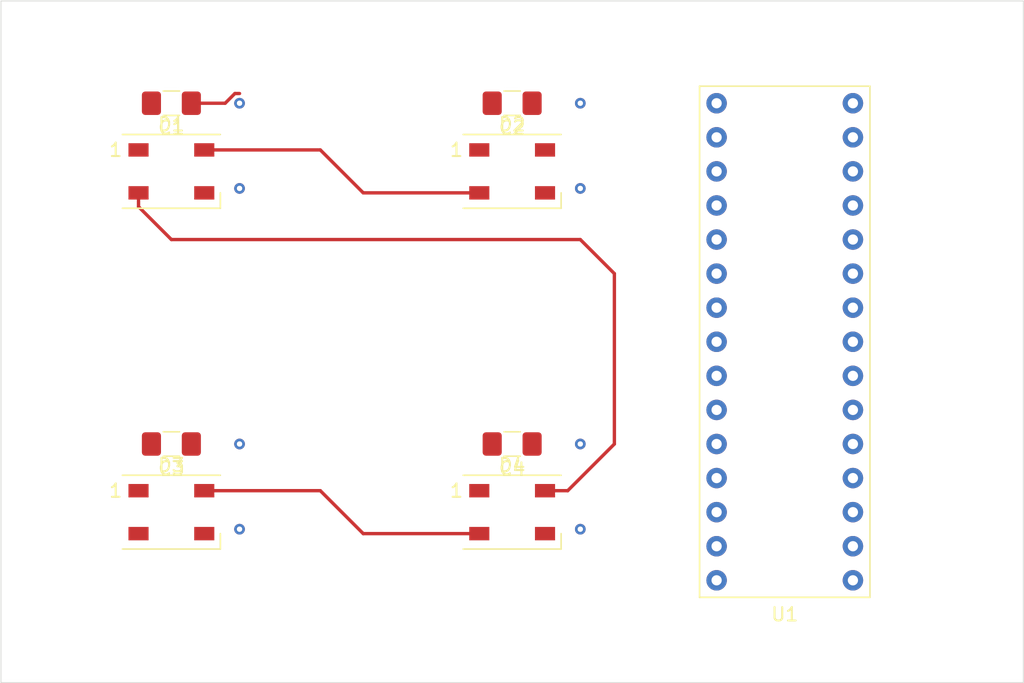
<source format=kicad_pcb>
(kicad_pcb (version 20171130) (host pcbnew "(5.1.4)-1")

  (general
    (thickness 1.6)
    (drawings 8)
    (tracks 24)
    (zones 0)
    (modules 9)
    (nets 34)
  )

  (page A4)
  (layers
    (0 F.Cu signal)
    (31 B.Cu signal)
    (32 B.Adhes user)
    (33 F.Adhes user)
    (34 B.Paste user)
    (35 F.Paste user)
    (36 B.SilkS user)
    (37 F.SilkS user)
    (38 B.Mask user)
    (39 F.Mask user)
    (40 Dwgs.User user)
    (41 Cmts.User user)
    (42 Eco1.User user)
    (43 Eco2.User user)
    (44 Edge.Cuts user)
    (45 Margin user)
    (46 B.CrtYd user)
    (47 F.CrtYd user)
    (48 B.Fab user)
    (49 F.Fab user)
  )

  (setup
    (last_trace_width 0.25)
    (trace_clearance 0.2)
    (zone_clearance 0.508)
    (zone_45_only no)
    (trace_min 0.2)
    (via_size 0.8)
    (via_drill 0.4)
    (via_min_size 0.4)
    (via_min_drill 0.3)
    (uvia_size 0.3)
    (uvia_drill 0.1)
    (uvias_allowed no)
    (uvia_min_size 0.2)
    (uvia_min_drill 0.1)
    (edge_width 0.05)
    (segment_width 0.2)
    (pcb_text_width 0.3)
    (pcb_text_size 1.5 1.5)
    (mod_edge_width 0.12)
    (mod_text_size 1 1)
    (mod_text_width 0.15)
    (pad_size 1.524 1.524)
    (pad_drill 0.762)
    (pad_to_mask_clearance 0.051)
    (solder_mask_min_width 0.25)
    (aux_axis_origin 0 0)
    (visible_elements 7FFFFFFF)
    (pcbplotparams
      (layerselection 0x010fc_ffffffff)
      (usegerberextensions false)
      (usegerberattributes false)
      (usegerberadvancedattributes false)
      (creategerberjobfile false)
      (excludeedgelayer true)
      (linewidth 0.100000)
      (plotframeref false)
      (viasonmask false)
      (mode 1)
      (useauxorigin false)
      (hpglpennumber 1)
      (hpglpenspeed 20)
      (hpglpendiameter 15.000000)
      (psnegative false)
      (psa4output false)
      (plotreference true)
      (plotvalue true)
      (plotinvisibletext false)
      (padsonsilk false)
      (subtractmaskfromsilk false)
      (outputformat 1)
      (mirror false)
      (drillshape 1)
      (scaleselection 1)
      (outputdirectory ""))
  )

  (net 0 "")
  (net 1 LED_DATA)
  (net 2 G_VCC)
  (net 3 "Net-(D3-Pad2)")
  (net 4 USB_TR)
  (net 5 "Net-(U1-Pad17)")
  (net 6 USB_RX)
  (net 7 "Net-(U1-Pad18)")
  (net 8 "Net-(U1-Pad3)")
  (net 9 "Net-(U1-Pad19)")
  (net 10 "Net-(U1-Pad4)")
  (net 11 "Net-(U1-Pad20)")
  (net 12 "Net-(U1-Pad5)")
  (net 13 "Net-(U1-Pad6)")
  (net 14 "Net-(U1-Pad22)")
  (net 15 "Net-(U1-Pad7)")
  (net 16 "Net-(U1-Pad23)")
  (net 17 "Net-(U1-Pad8)")
  (net 18 "Net-(U1-Pad24)")
  (net 19 "Net-(U1-Pad9)")
  (net 20 "Net-(U1-Pad25)")
  (net 21 "Net-(U1-Pad10)")
  (net 22 "Net-(U1-Pad26)")
  (net 23 "Net-(U1-Pad11)")
  (net 24 "Net-(U1-Pad27)")
  (net 25 "Net-(U1-Pad12)")
  (net 26 "Net-(U1-Pad28)")
  (net 27 "Net-(U1-Pad13)")
  (net 28 "Net-(U1-Pad14)")
  (net 29 "Net-(U1-Pad15)")
  (net 30 GND)
  (net 31 LED_R0t1)
  (net 32 "Net-(D1-Pad4)")
  (net 33 "Net-(D3-Pad4)")

  (net_class Default "This is the default net class."
    (clearance 0.2)
    (trace_width 0.25)
    (via_dia 0.8)
    (via_drill 0.4)
    (uvia_dia 0.3)
    (uvia_drill 0.1)
    (add_net GND)
    (add_net G_VCC)
    (add_net LED_DATA)
    (add_net LED_R0t1)
    (add_net "Net-(D1-Pad4)")
    (add_net "Net-(D3-Pad2)")
    (add_net "Net-(D3-Pad4)")
    (add_net "Net-(U1-Pad10)")
    (add_net "Net-(U1-Pad11)")
    (add_net "Net-(U1-Pad12)")
    (add_net "Net-(U1-Pad13)")
    (add_net "Net-(U1-Pad14)")
    (add_net "Net-(U1-Pad15)")
    (add_net "Net-(U1-Pad17)")
    (add_net "Net-(U1-Pad18)")
    (add_net "Net-(U1-Pad19)")
    (add_net "Net-(U1-Pad20)")
    (add_net "Net-(U1-Pad22)")
    (add_net "Net-(U1-Pad23)")
    (add_net "Net-(U1-Pad24)")
    (add_net "Net-(U1-Pad25)")
    (add_net "Net-(U1-Pad26)")
    (add_net "Net-(U1-Pad27)")
    (add_net "Net-(U1-Pad28)")
    (add_net "Net-(U1-Pad3)")
    (add_net "Net-(U1-Pad4)")
    (add_net "Net-(U1-Pad5)")
    (add_net "Net-(U1-Pad6)")
    (add_net "Net-(U1-Pad7)")
    (add_net "Net-(U1-Pad8)")
    (add_net "Net-(U1-Pad9)")
    (add_net USB_RX)
    (add_net USB_TR)
  )

  (module "ARDUINO NANO 3:ArduinoNano.r3_3" (layer F.Cu) (tedit 5E2FA124) (tstamp 5E301C53)
    (at 109.22 71.12)
    (path /5E2FA277)
    (fp_text reference U1 (at 0 25.4) (layer F.SilkS)
      (effects (font (size 1 1) (thickness 0.15)))
    )
    (fp_text value ArduinoNano_r3.3 (at 0 -15.24) (layer F.Fab)
      (effects (font (size 1 1) (thickness 0.15)))
    )
    (fp_line (start -6.35 -13.97) (end 6.35 -13.97) (layer F.SilkS) (width 0.12))
    (fp_line (start 6.35 -13.97) (end 6.35 24.13) (layer F.SilkS) (width 0.12))
    (fp_line (start 6.35 24.13) (end -6.35 24.13) (layer F.SilkS) (width 0.12))
    (fp_line (start -6.35 24.13) (end -6.35 -13.97) (layer F.SilkS) (width 0.12))
    (pad 1 thru_hole circle (at -5.08 -12.7) (size 1.524 1.524) (drill 0.762) (layers *.Cu *.Mask)
      (net 4 USB_TR))
    (pad 2 thru_hole circle (at -5.08 -10.16) (size 1.524 1.524) (drill 0.762) (layers *.Cu *.Mask)
      (net 6 USB_RX))
    (pad 3 thru_hole circle (at -5.08 -7.62) (size 1.524 1.524) (drill 0.762) (layers *.Cu *.Mask)
      (net 8 "Net-(U1-Pad3)"))
    (pad 4 thru_hole circle (at -5.08 -5.08) (size 1.524 1.524) (drill 0.762) (layers *.Cu *.Mask)
      (net 10 "Net-(U1-Pad4)"))
    (pad 5 thru_hole circle (at -5.08 -2.54) (size 1.524 1.524) (drill 0.762) (layers *.Cu *.Mask)
      (net 12 "Net-(U1-Pad5)"))
    (pad 6 thru_hole circle (at -5.08 0) (size 1.524 1.524) (drill 0.762) (layers *.Cu *.Mask)
      (net 13 "Net-(U1-Pad6)"))
    (pad 7 thru_hole circle (at -5.08 2.54) (size 1.524 1.524) (drill 0.762) (layers *.Cu *.Mask)
      (net 15 "Net-(U1-Pad7)"))
    (pad 8 thru_hole circle (at -5.08 5.08) (size 1.524 1.524) (drill 0.762) (layers *.Cu *.Mask)
      (net 17 "Net-(U1-Pad8)"))
    (pad 9 thru_hole circle (at -5.08 7.62) (size 1.524 1.524) (drill 0.762) (layers *.Cu *.Mask)
      (net 19 "Net-(U1-Pad9)"))
    (pad 10 thru_hole circle (at -5.08 10.16) (size 1.524 1.524) (drill 0.762) (layers *.Cu *.Mask)
      (net 21 "Net-(U1-Pad10)"))
    (pad 11 thru_hole circle (at -5.08 12.7) (size 1.524 1.524) (drill 0.762) (layers *.Cu *.Mask)
      (net 23 "Net-(U1-Pad11)"))
    (pad 12 thru_hole circle (at -5.08 15.24) (size 1.524 1.524) (drill 0.762) (layers *.Cu *.Mask)
      (net 25 "Net-(U1-Pad12)"))
    (pad 13 thru_hole circle (at -5.08 17.78) (size 1.524 1.524) (drill 0.762) (layers *.Cu *.Mask)
      (net 27 "Net-(U1-Pad13)"))
    (pad 14 thru_hole circle (at -5.08 20.32) (size 1.524 1.524) (drill 0.762) (layers *.Cu *.Mask)
      (net 28 "Net-(U1-Pad14)"))
    (pad 15 thru_hole circle (at -5.08 22.86) (size 1.524 1.524) (drill 0.762) (layers *.Cu *.Mask)
      (net 29 "Net-(U1-Pad15)"))
    (pad 16 thru_hole circle (at 5.08 22.86) (size 1.524 1.524) (drill 0.762) (layers *.Cu *.Mask)
      (net 1 LED_DATA))
    (pad 17 thru_hole circle (at 5.08 20.32) (size 1.524 1.524) (drill 0.762) (layers *.Cu *.Mask)
      (net 5 "Net-(U1-Pad17)"))
    (pad 18 thru_hole circle (at 5.08 17.78) (size 1.524 1.524) (drill 0.762) (layers *.Cu *.Mask)
      (net 7 "Net-(U1-Pad18)"))
    (pad 19 thru_hole circle (at 5.08 15.24) (size 1.524 1.524) (drill 0.762) (layers *.Cu *.Mask)
      (net 9 "Net-(U1-Pad19)"))
    (pad 20 thru_hole circle (at 5.08 12.7) (size 1.524 1.524) (drill 0.762) (layers *.Cu *.Mask)
      (net 11 "Net-(U1-Pad20)"))
    (pad 21 thru_hole circle (at 5.08 10.16) (size 1.524 1.524) (drill 0.762) (layers *.Cu *.Mask))
    (pad 22 thru_hole circle (at 5.08 7.62) (size 1.524 1.524) (drill 0.762) (layers *.Cu *.Mask)
      (net 14 "Net-(U1-Pad22)"))
    (pad 23 thru_hole circle (at 5.08 5.08) (size 1.524 1.524) (drill 0.762) (layers *.Cu *.Mask)
      (net 16 "Net-(U1-Pad23)"))
    (pad 24 thru_hole circle (at 5.08 2.54) (size 1.524 1.524) (drill 0.762) (layers *.Cu *.Mask)
      (net 18 "Net-(U1-Pad24)"))
    (pad 25 thru_hole circle (at 5.08 0) (size 1.524 1.524) (drill 0.762) (layers *.Cu *.Mask)
      (net 20 "Net-(U1-Pad25)"))
    (pad 26 thru_hole circle (at 5.08 -2.54) (size 1.524 1.524) (drill 0.762) (layers *.Cu *.Mask)
      (net 22 "Net-(U1-Pad26)"))
    (pad 27 thru_hole circle (at 5.08 -5.08) (size 1.524 1.524) (drill 0.762) (layers *.Cu *.Mask)
      (net 24 "Net-(U1-Pad27)"))
    (pad 28 thru_hole circle (at 5.08 -7.62) (size 1.524 1.524) (drill 0.762) (layers *.Cu *.Mask)
      (net 26 "Net-(U1-Pad28)"))
    (pad 29 thru_hole circle (at 5.08 -10.16) (size 1.524 1.524) (drill 0.762) (layers *.Cu *.Mask)
      (net 30 GND))
    (pad 30 thru_hole circle (at 5.08 -12.7) (size 1.524 1.524) (drill 0.762) (layers *.Cu *.Mask)
      (net 2 G_VCC))
  )

  (module Capacitor_SMD:C_1206_3216Metric_Pad1.42x1.75mm_HandSolder (layer F.Cu) (tedit 5B301BBE) (tstamp 5E3112AB)
    (at 63.5 58.42 180)
    (descr "Capacitor SMD 1206 (3216 Metric), square (rectangular) end terminal, IPC_7351 nominal with elongated pad for handsoldering. (Body size source: http://www.tortai-tech.com/upload/download/2011102023233369053.pdf), generated with kicad-footprint-generator")
    (tags "capacitor handsolder")
    (path /5E320695)
    (attr smd)
    (fp_text reference C1 (at 0 -1.82) (layer F.SilkS)
      (effects (font (size 1 1) (thickness 0.15)))
    )
    (fp_text value C (at 0 1.82) (layer F.Fab)
      (effects (font (size 1 1) (thickness 0.15)))
    )
    (fp_text user %R (at 0 0) (layer F.Fab)
      (effects (font (size 0.8 0.8) (thickness 0.12)))
    )
    (fp_line (start 2.45 1.12) (end -2.45 1.12) (layer F.CrtYd) (width 0.05))
    (fp_line (start 2.45 -1.12) (end 2.45 1.12) (layer F.CrtYd) (width 0.05))
    (fp_line (start -2.45 -1.12) (end 2.45 -1.12) (layer F.CrtYd) (width 0.05))
    (fp_line (start -2.45 1.12) (end -2.45 -1.12) (layer F.CrtYd) (width 0.05))
    (fp_line (start -0.602064 0.91) (end 0.602064 0.91) (layer F.SilkS) (width 0.12))
    (fp_line (start -0.602064 -0.91) (end 0.602064 -0.91) (layer F.SilkS) (width 0.12))
    (fp_line (start 1.6 0.8) (end -1.6 0.8) (layer F.Fab) (width 0.1))
    (fp_line (start 1.6 -0.8) (end 1.6 0.8) (layer F.Fab) (width 0.1))
    (fp_line (start -1.6 -0.8) (end 1.6 -0.8) (layer F.Fab) (width 0.1))
    (fp_line (start -1.6 0.8) (end -1.6 -0.8) (layer F.Fab) (width 0.1))
    (pad 2 smd roundrect (at 1.4875 0 180) (size 1.425 1.75) (layers F.Cu F.Paste F.Mask) (roundrect_rratio 0.175439)
      (net 2 G_VCC))
    (pad 1 smd roundrect (at -1.4875 0 180) (size 1.425 1.75) (layers F.Cu F.Paste F.Mask) (roundrect_rratio 0.175439)
      (net 30 GND))
    (model ${KISYS3DMOD}/Capacitor_SMD.3dshapes/C_1206_3216Metric.wrl
      (at (xyz 0 0 0))
      (scale (xyz 1 1 1))
      (rotate (xyz 0 0 0))
    )
  )

  (module Capacitor_SMD:C_1206_3216Metric_Pad1.42x1.75mm_HandSolder (layer F.Cu) (tedit 5B301BBE) (tstamp 5E311915)
    (at 88.9 58.42 180)
    (descr "Capacitor SMD 1206 (3216 Metric), square (rectangular) end terminal, IPC_7351 nominal with elongated pad for handsoldering. (Body size source: http://www.tortai-tech.com/upload/download/2011102023233369053.pdf), generated with kicad-footprint-generator")
    (tags "capacitor handsolder")
    (path /5E31F42A)
    (attr smd)
    (fp_text reference C2 (at 0 -1.82) (layer F.SilkS)
      (effects (font (size 1 1) (thickness 0.15)))
    )
    (fp_text value C (at 0 1.82) (layer F.Fab)
      (effects (font (size 1 1) (thickness 0.15)))
    )
    (fp_line (start -1.6 0.8) (end -1.6 -0.8) (layer F.Fab) (width 0.1))
    (fp_line (start -1.6 -0.8) (end 1.6 -0.8) (layer F.Fab) (width 0.1))
    (fp_line (start 1.6 -0.8) (end 1.6 0.8) (layer F.Fab) (width 0.1))
    (fp_line (start 1.6 0.8) (end -1.6 0.8) (layer F.Fab) (width 0.1))
    (fp_line (start -0.602064 -0.91) (end 0.602064 -0.91) (layer F.SilkS) (width 0.12))
    (fp_line (start -0.602064 0.91) (end 0.602064 0.91) (layer F.SilkS) (width 0.12))
    (fp_line (start -2.45 1.12) (end -2.45 -1.12) (layer F.CrtYd) (width 0.05))
    (fp_line (start -2.45 -1.12) (end 2.45 -1.12) (layer F.CrtYd) (width 0.05))
    (fp_line (start 2.45 -1.12) (end 2.45 1.12) (layer F.CrtYd) (width 0.05))
    (fp_line (start 2.45 1.12) (end -2.45 1.12) (layer F.CrtYd) (width 0.05))
    (fp_text user %R (at 0 0) (layer F.Fab)
      (effects (font (size 0.8 0.8) (thickness 0.12)))
    )
    (pad 1 smd roundrect (at -1.4875 0 180) (size 1.425 1.75) (layers F.Cu F.Paste F.Mask) (roundrect_rratio 0.175439)
      (net 30 GND))
    (pad 2 smd roundrect (at 1.4875 0 180) (size 1.425 1.75) (layers F.Cu F.Paste F.Mask) (roundrect_rratio 0.175439)
      (net 2 G_VCC))
    (model ${KISYS3DMOD}/Capacitor_SMD.3dshapes/C_1206_3216Metric.wrl
      (at (xyz 0 0 0))
      (scale (xyz 1 1 1))
      (rotate (xyz 0 0 0))
    )
  )

  (module Capacitor_SMD:C_1206_3216Metric_Pad1.42x1.75mm_HandSolder (layer F.Cu) (tedit 5B301BBE) (tstamp 5E3116FC)
    (at 63.5 83.82 180)
    (descr "Capacitor SMD 1206 (3216 Metric), square (rectangular) end terminal, IPC_7351 nominal with elongated pad for handsoldering. (Body size source: http://www.tortai-tech.com/upload/download/2011102023233369053.pdf), generated with kicad-footprint-generator")
    (tags "capacitor handsolder")
    (path /5E327932)
    (attr smd)
    (fp_text reference C3 (at 0 -1.82) (layer F.SilkS)
      (effects (font (size 1 1) (thickness 0.15)))
    )
    (fp_text value C (at 0 1.82) (layer F.Fab)
      (effects (font (size 1 1) (thickness 0.15)))
    )
    (fp_text user %R (at 0 0) (layer F.Fab)
      (effects (font (size 0.8 0.8) (thickness 0.12)))
    )
    (fp_line (start 2.45 1.12) (end -2.45 1.12) (layer F.CrtYd) (width 0.05))
    (fp_line (start 2.45 -1.12) (end 2.45 1.12) (layer F.CrtYd) (width 0.05))
    (fp_line (start -2.45 -1.12) (end 2.45 -1.12) (layer F.CrtYd) (width 0.05))
    (fp_line (start -2.45 1.12) (end -2.45 -1.12) (layer F.CrtYd) (width 0.05))
    (fp_line (start -0.602064 0.91) (end 0.602064 0.91) (layer F.SilkS) (width 0.12))
    (fp_line (start -0.602064 -0.91) (end 0.602064 -0.91) (layer F.SilkS) (width 0.12))
    (fp_line (start 1.6 0.8) (end -1.6 0.8) (layer F.Fab) (width 0.1))
    (fp_line (start 1.6 -0.8) (end 1.6 0.8) (layer F.Fab) (width 0.1))
    (fp_line (start -1.6 -0.8) (end 1.6 -0.8) (layer F.Fab) (width 0.1))
    (fp_line (start -1.6 0.8) (end -1.6 -0.8) (layer F.Fab) (width 0.1))
    (pad 2 smd roundrect (at 1.4875 0 180) (size 1.425 1.75) (layers F.Cu F.Paste F.Mask) (roundrect_rratio 0.175439)
      (net 2 G_VCC))
    (pad 1 smd roundrect (at -1.4875 0 180) (size 1.425 1.75) (layers F.Cu F.Paste F.Mask) (roundrect_rratio 0.175439)
      (net 30 GND))
    (model ${KISYS3DMOD}/Capacitor_SMD.3dshapes/C_1206_3216Metric.wrl
      (at (xyz 0 0 0))
      (scale (xyz 1 1 1))
      (rotate (xyz 0 0 0))
    )
  )

  (module Capacitor_SMD:C_1206_3216Metric_Pad1.42x1.75mm_HandSolder (layer F.Cu) (tedit 5B301BBE) (tstamp 5E31168A)
    (at 88.9 83.82 180)
    (descr "Capacitor SMD 1206 (3216 Metric), square (rectangular) end terminal, IPC_7351 nominal with elongated pad for handsoldering. (Body size source: http://www.tortai-tech.com/upload/download/2011102023233369053.pdf), generated with kicad-footprint-generator")
    (tags "capacitor handsolder")
    (path /5E327926)
    (attr smd)
    (fp_text reference C4 (at 0 -1.82) (layer F.SilkS)
      (effects (font (size 1 1) (thickness 0.15)))
    )
    (fp_text value C (at 0 1.82) (layer F.Fab)
      (effects (font (size 1 1) (thickness 0.15)))
    )
    (fp_line (start -1.6 0.8) (end -1.6 -0.8) (layer F.Fab) (width 0.1))
    (fp_line (start -1.6 -0.8) (end 1.6 -0.8) (layer F.Fab) (width 0.1))
    (fp_line (start 1.6 -0.8) (end 1.6 0.8) (layer F.Fab) (width 0.1))
    (fp_line (start 1.6 0.8) (end -1.6 0.8) (layer F.Fab) (width 0.1))
    (fp_line (start -0.602064 -0.91) (end 0.602064 -0.91) (layer F.SilkS) (width 0.12))
    (fp_line (start -0.602064 0.91) (end 0.602064 0.91) (layer F.SilkS) (width 0.12))
    (fp_line (start -2.45 1.12) (end -2.45 -1.12) (layer F.CrtYd) (width 0.05))
    (fp_line (start -2.45 -1.12) (end 2.45 -1.12) (layer F.CrtYd) (width 0.05))
    (fp_line (start 2.45 -1.12) (end 2.45 1.12) (layer F.CrtYd) (width 0.05))
    (fp_line (start 2.45 1.12) (end -2.45 1.12) (layer F.CrtYd) (width 0.05))
    (fp_text user %R (at 0 0) (layer F.Fab)
      (effects (font (size 0.8 0.8) (thickness 0.12)))
    )
    (pad 1 smd roundrect (at -1.4875 0 180) (size 1.425 1.75) (layers F.Cu F.Paste F.Mask) (roundrect_rratio 0.175439)
      (net 30 GND))
    (pad 2 smd roundrect (at 1.4875 0 180) (size 1.425 1.75) (layers F.Cu F.Paste F.Mask) (roundrect_rratio 0.175439)
      (net 2 G_VCC))
    (model ${KISYS3DMOD}/Capacitor_SMD.3dshapes/C_1206_3216Metric.wrl
      (at (xyz 0 0 0))
      (scale (xyz 1 1 1))
      (rotate (xyz 0 0 0))
    )
  )

  (module LED_SMD:LED_WS2812B_PLCC4_5.0x5.0mm_P3.2mm (layer F.Cu) (tedit 5AA4B285) (tstamp 5E3114DD)
    (at 63.5 63.5)
    (descr https://cdn-shop.adafruit.com/datasheets/WS2812B.pdf)
    (tags "LED RGB NeoPixel")
    (path /5E311678)
    (attr smd)
    (fp_text reference D1 (at 0 -3.5) (layer F.SilkS)
      (effects (font (size 1 1) (thickness 0.15)))
    )
    (fp_text value Neopixel5050 (at 0 4) (layer F.Fab)
      (effects (font (size 1 1) (thickness 0.15)))
    )
    (fp_text user 1 (at -4.15 -1.6) (layer F.SilkS)
      (effects (font (size 1 1) (thickness 0.15)))
    )
    (fp_text user %R (at 0 0) (layer F.Fab)
      (effects (font (size 0.8 0.8) (thickness 0.15)))
    )
    (fp_line (start 3.45 -2.75) (end -3.45 -2.75) (layer F.CrtYd) (width 0.05))
    (fp_line (start 3.45 2.75) (end 3.45 -2.75) (layer F.CrtYd) (width 0.05))
    (fp_line (start -3.45 2.75) (end 3.45 2.75) (layer F.CrtYd) (width 0.05))
    (fp_line (start -3.45 -2.75) (end -3.45 2.75) (layer F.CrtYd) (width 0.05))
    (fp_line (start 2.5 1.5) (end 1.5 2.5) (layer F.Fab) (width 0.1))
    (fp_line (start -2.5 -2.5) (end -2.5 2.5) (layer F.Fab) (width 0.1))
    (fp_line (start -2.5 2.5) (end 2.5 2.5) (layer F.Fab) (width 0.1))
    (fp_line (start 2.5 2.5) (end 2.5 -2.5) (layer F.Fab) (width 0.1))
    (fp_line (start 2.5 -2.5) (end -2.5 -2.5) (layer F.Fab) (width 0.1))
    (fp_line (start -3.65 -2.75) (end 3.65 -2.75) (layer F.SilkS) (width 0.12))
    (fp_line (start -3.65 2.75) (end 3.65 2.75) (layer F.SilkS) (width 0.12))
    (fp_line (start 3.65 2.75) (end 3.65 1.6) (layer F.SilkS) (width 0.12))
    (fp_circle (center 0 0) (end 0 -2) (layer F.Fab) (width 0.1))
    (pad 3 smd rect (at 2.45 1.6) (size 1.5 1) (layers F.Cu F.Paste F.Mask)
      (net 30 GND))
    (pad 4 smd rect (at 2.45 -1.6) (size 1.5 1) (layers F.Cu F.Paste F.Mask)
      (net 32 "Net-(D1-Pad4)"))
    (pad 2 smd rect (at -2.45 1.6) (size 1.5 1) (layers F.Cu F.Paste F.Mask)
      (net 31 LED_R0t1))
    (pad 1 smd rect (at -2.45 -1.6) (size 1.5 1) (layers F.Cu F.Paste F.Mask)
      (net 2 G_VCC))
    (model ${KISYS3DMOD}/LED_SMD.3dshapes/LED_WS2812B_PLCC4_5.0x5.0mm_P3.2mm.wrl
      (at (xyz 0 0 0))
      (scale (xyz 1 1 1))
      (rotate (xyz 0 0 0))
    )
  )

  (module LED_SMD:LED_WS2812B_PLCC4_5.0x5.0mm_P3.2mm (layer F.Cu) (tedit 5AA4B285) (tstamp 5E31130C)
    (at 88.9 63.5)
    (descr https://cdn-shop.adafruit.com/datasheets/WS2812B.pdf)
    (tags "LED RGB NeoPixel")
    (path /5E3138FD)
    (attr smd)
    (fp_text reference D2 (at 0 -3.5) (layer F.SilkS)
      (effects (font (size 1 1) (thickness 0.15)))
    )
    (fp_text value Neopixel5050 (at 0 4) (layer F.Fab)
      (effects (font (size 1 1) (thickness 0.15)))
    )
    (fp_circle (center 0 0) (end 0 -2) (layer F.Fab) (width 0.1))
    (fp_line (start 3.65 2.75) (end 3.65 1.6) (layer F.SilkS) (width 0.12))
    (fp_line (start -3.65 2.75) (end 3.65 2.75) (layer F.SilkS) (width 0.12))
    (fp_line (start -3.65 -2.75) (end 3.65 -2.75) (layer F.SilkS) (width 0.12))
    (fp_line (start 2.5 -2.5) (end -2.5 -2.5) (layer F.Fab) (width 0.1))
    (fp_line (start 2.5 2.5) (end 2.5 -2.5) (layer F.Fab) (width 0.1))
    (fp_line (start -2.5 2.5) (end 2.5 2.5) (layer F.Fab) (width 0.1))
    (fp_line (start -2.5 -2.5) (end -2.5 2.5) (layer F.Fab) (width 0.1))
    (fp_line (start 2.5 1.5) (end 1.5 2.5) (layer F.Fab) (width 0.1))
    (fp_line (start -3.45 -2.75) (end -3.45 2.75) (layer F.CrtYd) (width 0.05))
    (fp_line (start -3.45 2.75) (end 3.45 2.75) (layer F.CrtYd) (width 0.05))
    (fp_line (start 3.45 2.75) (end 3.45 -2.75) (layer F.CrtYd) (width 0.05))
    (fp_line (start 3.45 -2.75) (end -3.45 -2.75) (layer F.CrtYd) (width 0.05))
    (fp_text user %R (at 0 0) (layer F.Fab)
      (effects (font (size 0.8 0.8) (thickness 0.15)))
    )
    (fp_text user 1 (at -4.15 -1.6) (layer F.SilkS)
      (effects (font (size 1 1) (thickness 0.15)))
    )
    (pad 1 smd rect (at -2.45 -1.6) (size 1.5 1) (layers F.Cu F.Paste F.Mask)
      (net 2 G_VCC))
    (pad 2 smd rect (at -2.45 1.6) (size 1.5 1) (layers F.Cu F.Paste F.Mask)
      (net 32 "Net-(D1-Pad4)"))
    (pad 4 smd rect (at 2.45 -1.6) (size 1.5 1) (layers F.Cu F.Paste F.Mask)
      (net 1 LED_DATA))
    (pad 3 smd rect (at 2.45 1.6) (size 1.5 1) (layers F.Cu F.Paste F.Mask)
      (net 30 GND))
    (model ${KISYS3DMOD}/LED_SMD.3dshapes/LED_WS2812B_PLCC4_5.0x5.0mm_P3.2mm.wrl
      (at (xyz 0 0 0))
      (scale (xyz 1 1 1))
      (rotate (xyz 0 0 0))
    )
  )

  (module LED_SMD:LED_WS2812B_PLCC4_5.0x5.0mm_P3.2mm (layer F.Cu) (tedit 5AA4B285) (tstamp 5E311600)
    (at 63.5 88.9)
    (descr https://cdn-shop.adafruit.com/datasheets/WS2812B.pdf)
    (tags "LED RGB NeoPixel")
    (path /5E3146B4)
    (attr smd)
    (fp_text reference D3 (at 0 -3.5) (layer F.SilkS)
      (effects (font (size 1 1) (thickness 0.15)))
    )
    (fp_text value Neopixel5050 (at 0 4) (layer F.Fab)
      (effects (font (size 1 1) (thickness 0.15)))
    )
    (fp_text user 1 (at -4.15 -1.6) (layer F.SilkS)
      (effects (font (size 1 1) (thickness 0.15)))
    )
    (fp_text user %R (at 0 0) (layer F.Fab)
      (effects (font (size 0.8 0.8) (thickness 0.15)))
    )
    (fp_line (start 3.45 -2.75) (end -3.45 -2.75) (layer F.CrtYd) (width 0.05))
    (fp_line (start 3.45 2.75) (end 3.45 -2.75) (layer F.CrtYd) (width 0.05))
    (fp_line (start -3.45 2.75) (end 3.45 2.75) (layer F.CrtYd) (width 0.05))
    (fp_line (start -3.45 -2.75) (end -3.45 2.75) (layer F.CrtYd) (width 0.05))
    (fp_line (start 2.5 1.5) (end 1.5 2.5) (layer F.Fab) (width 0.1))
    (fp_line (start -2.5 -2.5) (end -2.5 2.5) (layer F.Fab) (width 0.1))
    (fp_line (start -2.5 2.5) (end 2.5 2.5) (layer F.Fab) (width 0.1))
    (fp_line (start 2.5 2.5) (end 2.5 -2.5) (layer F.Fab) (width 0.1))
    (fp_line (start 2.5 -2.5) (end -2.5 -2.5) (layer F.Fab) (width 0.1))
    (fp_line (start -3.65 -2.75) (end 3.65 -2.75) (layer F.SilkS) (width 0.12))
    (fp_line (start -3.65 2.75) (end 3.65 2.75) (layer F.SilkS) (width 0.12))
    (fp_line (start 3.65 2.75) (end 3.65 1.6) (layer F.SilkS) (width 0.12))
    (fp_circle (center 0 0) (end 0 -2) (layer F.Fab) (width 0.1))
    (pad 3 smd rect (at 2.45 1.6) (size 1.5 1) (layers F.Cu F.Paste F.Mask)
      (net 30 GND))
    (pad 4 smd rect (at 2.45 -1.6) (size 1.5 1) (layers F.Cu F.Paste F.Mask)
      (net 33 "Net-(D3-Pad4)"))
    (pad 2 smd rect (at -2.45 1.6) (size 1.5 1) (layers F.Cu F.Paste F.Mask)
      (net 3 "Net-(D3-Pad2)"))
    (pad 1 smd rect (at -2.45 -1.6) (size 1.5 1) (layers F.Cu F.Paste F.Mask)
      (net 2 G_VCC))
    (model ${KISYS3DMOD}/LED_SMD.3dshapes/LED_WS2812B_PLCC4_5.0x5.0mm_P3.2mm.wrl
      (at (xyz 0 0 0))
      (scale (xyz 1 1 1))
      (rotate (xyz 0 0 0))
    )
  )

  (module LED_SMD:LED_WS2812B_PLCC4_5.0x5.0mm_P3.2mm (layer F.Cu) (tedit 5AA4B285) (tstamp 5E31133A)
    (at 88.9 88.9)
    (descr https://cdn-shop.adafruit.com/datasheets/WS2812B.pdf)
    (tags "LED RGB NeoPixel")
    (path /5E314B56)
    (attr smd)
    (fp_text reference D4 (at 0 -3.5) (layer F.SilkS)
      (effects (font (size 1 1) (thickness 0.15)))
    )
    (fp_text value Neopixel5050 (at 0 4) (layer F.Fab)
      (effects (font (size 1 1) (thickness 0.15)))
    )
    (fp_circle (center 0 0) (end 0 -2) (layer F.Fab) (width 0.1))
    (fp_line (start 3.65 2.75) (end 3.65 1.6) (layer F.SilkS) (width 0.12))
    (fp_line (start -3.65 2.75) (end 3.65 2.75) (layer F.SilkS) (width 0.12))
    (fp_line (start -3.65 -2.75) (end 3.65 -2.75) (layer F.SilkS) (width 0.12))
    (fp_line (start 2.5 -2.5) (end -2.5 -2.5) (layer F.Fab) (width 0.1))
    (fp_line (start 2.5 2.5) (end 2.5 -2.5) (layer F.Fab) (width 0.1))
    (fp_line (start -2.5 2.5) (end 2.5 2.5) (layer F.Fab) (width 0.1))
    (fp_line (start -2.5 -2.5) (end -2.5 2.5) (layer F.Fab) (width 0.1))
    (fp_line (start 2.5 1.5) (end 1.5 2.5) (layer F.Fab) (width 0.1))
    (fp_line (start -3.45 -2.75) (end -3.45 2.75) (layer F.CrtYd) (width 0.05))
    (fp_line (start -3.45 2.75) (end 3.45 2.75) (layer F.CrtYd) (width 0.05))
    (fp_line (start 3.45 2.75) (end 3.45 -2.75) (layer F.CrtYd) (width 0.05))
    (fp_line (start 3.45 -2.75) (end -3.45 -2.75) (layer F.CrtYd) (width 0.05))
    (fp_text user %R (at 0 0) (layer F.Fab)
      (effects (font (size 0.8 0.8) (thickness 0.15)))
    )
    (fp_text user 1 (at -4.15 -1.6) (layer F.SilkS)
      (effects (font (size 1 1) (thickness 0.15)))
    )
    (pad 1 smd rect (at -2.45 -1.6) (size 1.5 1) (layers F.Cu F.Paste F.Mask)
      (net 2 G_VCC))
    (pad 2 smd rect (at -2.45 1.6) (size 1.5 1) (layers F.Cu F.Paste F.Mask)
      (net 33 "Net-(D3-Pad4)"))
    (pad 4 smd rect (at 2.45 -1.6) (size 1.5 1) (layers F.Cu F.Paste F.Mask)
      (net 31 LED_R0t1))
    (pad 3 smd rect (at 2.45 1.6) (size 1.5 1) (layers F.Cu F.Paste F.Mask)
      (net 30 GND))
    (model ${KISYS3DMOD}/LED_SMD.3dshapes/LED_WS2812B_PLCC4_5.0x5.0mm_P3.2mm.wrl
      (at (xyz 0 0 0))
      (scale (xyz 1 1 1))
      (rotate (xyz 0 0 0))
    )
  )

  (gr_line (start 50.8 50.8) (end 127 50.8) (layer Edge.Cuts) (width 0.05) (tstamp 5E3022AE))
  (gr_line (start 50.8 101.6) (end 50.8 50.8) (layer Edge.Cuts) (width 0.05))
  (gr_line (start 127 101.6) (end 50.8 101.6) (layer Edge.Cuts) (width 0.05))
  (gr_line (start 127 50.8) (end 127 101.6) (layer Edge.Cuts) (width 0.05))
  (gr_line (start 127 50.8) (end 127 101.6) (layer Eco1.User) (width 0.15) (tstamp 5E302264))
  (gr_line (start 50.8 50.8) (end 127 50.8) (layer Eco1.User) (width 0.15))
  (gr_line (start 50.8 101.6) (end 50.8 50.8) (layer Eco1.User) (width 0.15))
  (gr_line (start 127 101.6) (end 50.8 101.6) (layer Eco1.User) (width 0.15))

  (via (at 68.58 58.42) (size 0.8) (drill 0.4) (layers F.Cu B.Cu) (net 0))
  (via (at 68.58 64.77) (size 0.8) (drill 0.4) (layers F.Cu B.Cu) (net 0))
  (via (at 93.98 64.77) (size 0.8) (drill 0.4) (layers F.Cu B.Cu) (net 0))
  (via (at 93.98 58.42) (size 0.8) (drill 0.4) (layers F.Cu B.Cu) (net 0))
  (via (at 68.58 83.82) (size 0.8) (drill 0.4) (layers F.Cu B.Cu) (net 0))
  (via (at 68.58 90.17) (size 0.8) (drill 0.4) (layers F.Cu B.Cu) (net 0))
  (via (at 93.98 90.17) (size 0.8) (drill 0.4) (layers F.Cu B.Cu) (net 0))
  (via (at 93.98 83.82) (size 0.8) (drill 0.4) (layers F.Cu B.Cu) (net 0))
  (segment (start 64.9875 58.42) (end 67.506998 58.42) (width 0.25) (layer F.Cu) (net 30))
  (segment (start 67.506998 58.42) (end 68.231999 57.694999) (width 0.25) (layer F.Cu) (net 30))
  (segment (start 68.231999 57.694999) (end 68.58 57.694999) (width 0.25) (layer F.Cu) (net 30))
  (segment (start 61.05 65.1) (end 61.05 66.13) (width 0.25) (layer F.Cu) (net 31))
  (segment (start 61.05 66.13) (end 63.5 68.58) (width 0.25) (layer F.Cu) (net 31))
  (segment (start 63.5 68.58) (end 93.98 68.58) (width 0.25) (layer F.Cu) (net 31))
  (segment (start 93.98 68.58) (end 96.52 71.12) (width 0.25) (layer F.Cu) (net 31))
  (segment (start 96.52 71.12) (end 96.52 83.82) (width 0.25) (layer F.Cu) (net 31))
  (segment (start 93.04 87.3) (end 91.35 87.3) (width 0.25) (layer F.Cu) (net 31))
  (segment (start 96.52 83.82) (end 93.04 87.3) (width 0.25) (layer F.Cu) (net 31))
  (segment (start 86.45 65.1) (end 77.8 65.1) (width 0.25) (layer F.Cu) (net 32))
  (segment (start 74.6 61.9) (end 65.95 61.9) (width 0.25) (layer F.Cu) (net 32))
  (segment (start 77.8 65.1) (end 74.6 61.9) (width 0.25) (layer F.Cu) (net 32))
  (segment (start 86.45 90.5) (end 77.8 90.5) (width 0.25) (layer F.Cu) (net 33))
  (segment (start 74.6 87.3) (end 65.95 87.3) (width 0.25) (layer F.Cu) (net 33))
  (segment (start 77.8 90.5) (end 74.6 87.3) (width 0.25) (layer F.Cu) (net 33))

)

</source>
